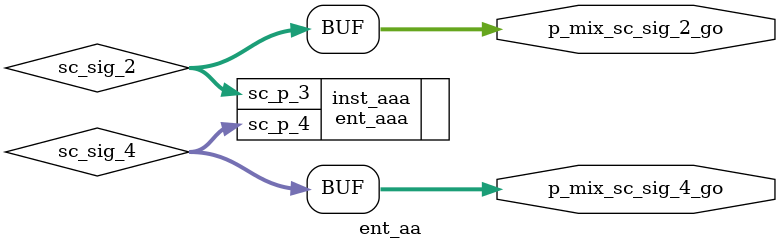
<source format=v>


`timescale 1ns/10ps




// No user `defines in this module


module ent_aa
//
// Generated Module inst_aa
//
	(
		p_mix_sc_sig_2_go,
		p_mix_sc_sig_4_go
	);

	// Generated Module Outputs:
		output	[31:0]	p_mix_sc_sig_2_go;
		output	[31:0]	p_mix_sc_sig_4_go;
	// Generated Wires:
		wire	[31:0]	p_mix_sc_sig_2_go;
		wire	[31:0]	p_mix_sc_sig_4_go;
// End of generated module header


	// Internal signals

	//
	// Generated Signal List
	//
		wire	[31:0]	sc_sig_2; // __W_PORT_SIGNAL_MAP_REQ
		wire	[31:0]	sc_sig_4; // __W_PORT_SIGNAL_MAP_REQ
	//
	// End of Generated Signal List
	//


	// %COMPILER_OPTS%

	//
	// Generated Signal Assignments
	//
		assign	p_mix_sc_sig_2_go	=	sc_sig_2;  // __I_O_BUS_PORT
		assign	p_mix_sc_sig_4_go	=	sc_sig_4;  // __I_O_BUS_PORT




	//
	// Generated Instances and Port Mappings
	//
		// Generated Instance Port Map for inst_aaa
		ent_aaa inst_aaa (	// is i_mic32_top / hier inst_aaa inst_aaa inst_aa
			.sc_p_3(sc_sig_2),	// reverse orderreverse order
					// multiline comments
			.sc_p_4(sc_sig_4)	// reverse order
					// multiline comments
					// line 3
					// line 4
					// line 5
					// line 6
					// line 7
					// line 8
					// line 9
					// line 10
					// ...[cut]...
		);
		// End of Generated Instance Port Map for inst_aaa



endmodule
//
// End of Generated Module struct of ent_aa
//

//
//!End of Module/s
// --------------------------------------------------------------

</source>
